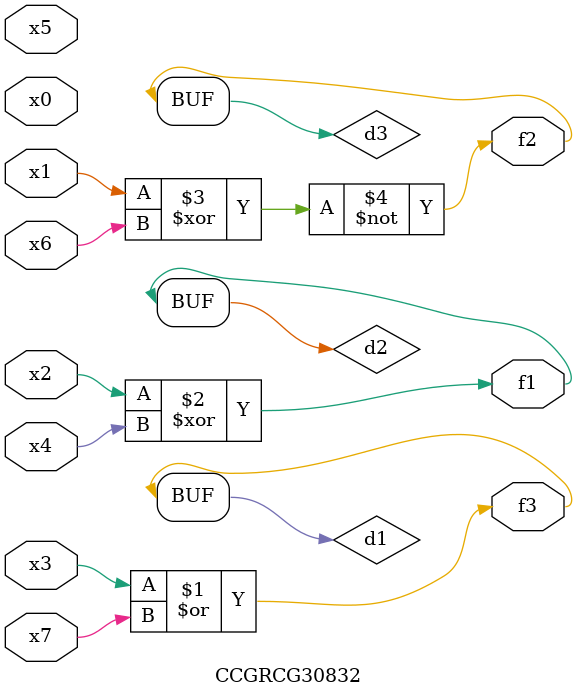
<source format=v>
module CCGRCG30832(
	input x0, x1, x2, x3, x4, x5, x6, x7,
	output f1, f2, f3
);

	wire d1, d2, d3;

	or (d1, x3, x7);
	xor (d2, x2, x4);
	xnor (d3, x1, x6);
	assign f1 = d2;
	assign f2 = d3;
	assign f3 = d1;
endmodule

</source>
